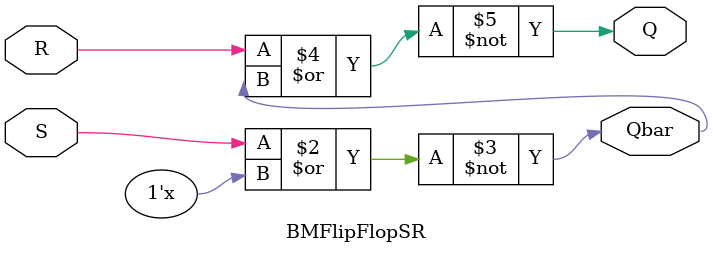
<source format=v>
module BMFlipFlopSR(
    input S, R,
    output reg Q, Qbar
);

    always @(S, R) begin
        Qbar = ~(S | Q);
        Q = ~(R | Qbar);
    end
endmodule
</source>
